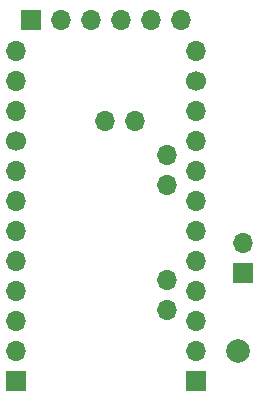
<source format=gbr>
%TF.GenerationSoftware,KiCad,Pcbnew,6.0.11-2627ca5db0~126~ubuntu22.04.1*%
%TF.CreationDate,2024-01-17T11:10:24+01:00*%
%TF.ProjectId,barco-modchip,62617263-6f2d-46d6-9f64-636869702e6b,rev?*%
%TF.SameCoordinates,Original*%
%TF.FileFunction,Soldermask,Bot*%
%TF.FilePolarity,Negative*%
%FSLAX46Y46*%
G04 Gerber Fmt 4.6, Leading zero omitted, Abs format (unit mm)*
G04 Created by KiCad (PCBNEW 6.0.11-2627ca5db0~126~ubuntu22.04.1) date 2024-01-17 11:10:24*
%MOMM*%
%LPD*%
G01*
G04 APERTURE LIST*
G04 Aperture macros list*
%AMHorizOval*
0 Thick line with rounded ends*
0 $1 width*
0 $2 $3 position (X,Y) of the first rounded end (center of the circle)*
0 $4 $5 position (X,Y) of the second rounded end (center of the circle)*
0 Add line between two ends*
20,1,$1,$2,$3,$4,$5,0*
0 Add two circle primitives to create the rounded ends*
1,1,$1,$2,$3*
1,1,$1,$4,$5*%
G04 Aperture macros list end*
%ADD10R,1.700000X1.700000*%
%ADD11O,1.700000X1.700000*%
%ADD12C,2.000000*%
%ADD13HorizOval,1.700000X0.000000X0.000000X0.000000X0.000000X0*%
%ADD14HorizOval,1.700000X0.000000X0.000000X0.000000X0.000000X0*%
G04 APERTURE END LIST*
D10*
%TO.C,J2*%
X173250000Y-93625000D03*
D11*
X175790000Y-93625000D03*
X178330000Y-93625000D03*
X180870000Y-93625000D03*
X183410000Y-93625000D03*
X185950000Y-93625000D03*
%TD*%
D12*
%TO.C,J30*%
X190750000Y-121685000D03*
%TD*%
D11*
%TO.C,J12*%
X184750000Y-107600000D03*
X184750000Y-105060000D03*
%TD*%
%TO.C,J14*%
X182020000Y-102225000D03*
X179480000Y-102225000D03*
%TD*%
D10*
%TO.C,J40*%
X191210000Y-115085000D03*
D11*
X191210000Y-112545000D03*
%TD*%
%TO.C,J13*%
X184800000Y-118175000D03*
X184800000Y-115635000D03*
%TD*%
D10*
%TO.C,J10*%
X172000000Y-124250000D03*
D11*
X172000000Y-121710000D03*
X172000000Y-119170000D03*
X172000000Y-116630000D03*
X172000000Y-114090000D03*
X172000000Y-111550000D03*
X172000000Y-109010000D03*
X172000000Y-106470000D03*
D13*
X172000000Y-103930000D03*
D11*
X172000000Y-101390000D03*
X172000000Y-98850000D03*
X172000000Y-96310000D03*
%TD*%
D10*
%TO.C,J11*%
X187200000Y-124250000D03*
D11*
X187200000Y-121710000D03*
X187200000Y-119170000D03*
X187200000Y-116630000D03*
X187200000Y-114090000D03*
X187200000Y-111550000D03*
X187200000Y-109010000D03*
X187200000Y-106470000D03*
X187200000Y-103930000D03*
X187200000Y-101390000D03*
D14*
X187200000Y-98850000D03*
D11*
X187200000Y-96310000D03*
%TD*%
M02*

</source>
